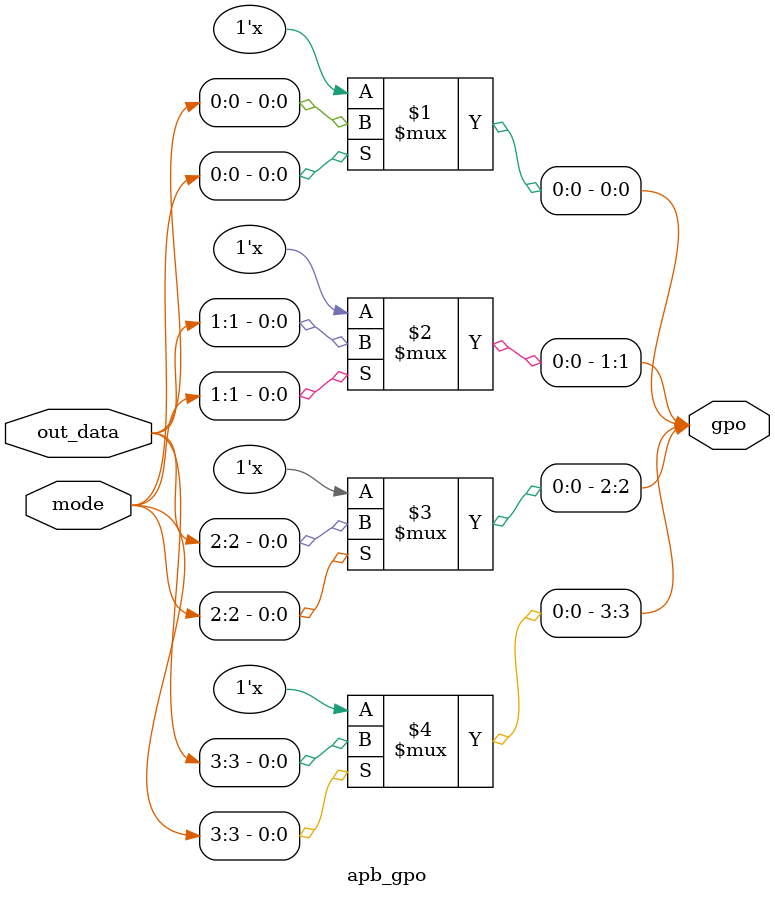
<source format=sv>
`timescale 1ns / 1ps

module APB_GPO (
    // global signals
    input  logic        PCLK,
    input  logic        PRESET,
    // APB Interface Signals
    input  logic [ 2:0] PADDR,
    input  logic        PWRITE,
    input  logic        PSEL,
    input  logic        PENABLE,
    input  logic [31:0] PWDATA,
    output logic [31:0] PRDATA,
    output logic        PREADY,
    // external signals ports
    output logic [ 3:0] gpo
);

    logic [3:0] mode;
    logic [3:0] out_data;

    APB_Slave_GPO_Interface U_APB_GPO_Intf (.*);
    apb_gpo U_GPO (.*);

endmodule


module APB_Slave_GPO_Interface (
    // global signals
    input  logic        PCLK,
    input  logic        PRESET,
    // APB Interface Signals
    input  logic [ 2:0] PADDR,
    input  logic        PWRITE,
    input  logic        PSEL,
    input  logic        PENABLE,
    input  logic [31:0] PWDATA,
    output logic [31:0] PRDATA,
    output logic        PREADY,
    // internal signals
    output logic [ 3:0] mode,
    output logic [ 3:0] out_data
);
    logic [31:0] slv_reg0, slv_reg1;  //, slv_reg2, slv_reg3;

    assign mode = slv_reg0[3:0];
    assign out_data = slv_reg1[3:0];

    always_ff @(posedge PCLK, posedge PRESET) begin
        if (PRESET) begin
            slv_reg0 <= 0;
            slv_reg1 <= 0;
            // slv_reg2 <= 0;
            // slv_reg3 <= 0;
        end else begin
            PREADY <= 1'b0;
            if (PSEL & PENABLE) begin
                PREADY <= 1'b1;
                if (PWRITE) begin
                    case (PADDR[2]) 
                        1'd0: slv_reg0 <= PWDATA;   // 0x00
                        1'd1: slv_reg1 <= PWDATA;   // 0x04
                        // 2'd2: slv_reg2 <= PWDATA;
                        // 2'd3: slv_reg3 <= PWDATA;
                    endcase
                end else begin
                    case (PADDR[2])
                        1'd0: PRDATA <= slv_reg0;
                        1'd1: PRDATA <= slv_reg1;
                        // 2'd2: PRDATA <= slv_reg2;
                        // 2'd3: PRDATA <= slv_reg3;
                    endcase

                end
            end
        end
    end
endmodule

// mode: 1 - output enabled, 0 - high impedance
module apb_gpo (
    input  logic [3:0] mode,
    input  logic [3:0] out_data,
    output logic [3:0] gpo
);

    genvar i;

    generate
        for (i = 0; i < 4; i++) begin
            assign gpo[i] = mode[i] ? out_data[i] : 1'bz;
        end
    endgenerate

endmodule

</source>
